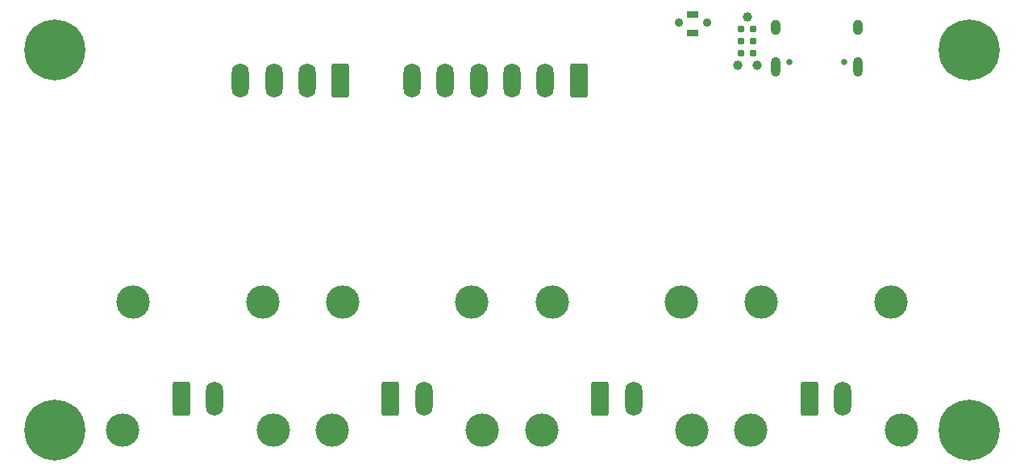
<source format=gbr>
%TF.GenerationSoftware,KiCad,Pcbnew,(7.0.0)*%
%TF.CreationDate,2023-06-01T21:15:46+02:00*%
%TF.ProjectId,temperature-logger,74656d70-6572-4617-9475-72652d6c6f67,rev?*%
%TF.SameCoordinates,Original*%
%TF.FileFunction,Soldermask,Bot*%
%TF.FilePolarity,Negative*%
%FSLAX46Y46*%
G04 Gerber Fmt 4.6, Leading zero omitted, Abs format (unit mm)*
G04 Created by KiCad (PCBNEW (7.0.0)) date 2023-06-01 21:15:46*
%MOMM*%
%LPD*%
G01*
G04 APERTURE LIST*
G04 Aperture macros list*
%AMRoundRect*
0 Rectangle with rounded corners*
0 $1 Rounding radius*
0 $2 $3 $4 $5 $6 $7 $8 $9 X,Y pos of 4 corners*
0 Add a 4 corners polygon primitive as box body*
4,1,4,$2,$3,$4,$5,$6,$7,$8,$9,$2,$3,0*
0 Add four circle primitives for the rounded corners*
1,1,$1+$1,$2,$3*
1,1,$1+$1,$4,$5*
1,1,$1+$1,$6,$7*
1,1,$1+$1,$8,$9*
0 Add four rect primitives between the rounded corners*
20,1,$1+$1,$2,$3,$4,$5,0*
20,1,$1+$1,$4,$5,$6,$7,0*
20,1,$1+$1,$6,$7,$8,$9,0*
20,1,$1+$1,$8,$9,$2,$3,0*%
G04 Aperture macros list end*
%ADD10C,3.500000*%
%ADD11C,0.800000*%
%ADD12C,6.400000*%
%ADD13C,0.650000*%
%ADD14O,1.000000X2.100000*%
%ADD15O,1.000000X1.600000*%
%ADD16RoundRect,0.250000X0.650000X1.550000X-0.650000X1.550000X-0.650000X-1.550000X0.650000X-1.550000X0*%
%ADD17O,1.800000X3.600000*%
%ADD18C,0.900000*%
%ADD19RoundRect,0.250000X-0.650000X-1.550000X0.650000X-1.550000X0.650000X1.550000X-0.650000X1.550000X0*%
%ADD20R,1.300000X0.700000*%
%ADD21C,0.988060*%
%ADD22C,0.985520*%
%ADD23C,0.784860*%
G04 APERTURE END LIST*
D10*
%TO.C,J2*%
X142800000Y-81500000D03*
X129200000Y-81500000D03*
X143900000Y-95000000D03*
X128100000Y-95000000D03*
%TD*%
D11*
%TO.C,H1*%
X52600000Y-55000000D03*
X53302944Y-53302944D03*
X53302944Y-56697056D03*
X55000000Y-52600000D03*
D12*
X55000000Y-55000000D03*
D11*
X55000000Y-57400000D03*
X56697056Y-53302944D03*
X56697056Y-56697056D03*
X57400000Y-55000000D03*
%TD*%
%TO.C,H2*%
X148600000Y-55000000D03*
X149302944Y-53302944D03*
X149302944Y-56697056D03*
X151000000Y-52600000D03*
D12*
X151000000Y-55000000D03*
D11*
X151000000Y-57400000D03*
X152697056Y-53302944D03*
X152697056Y-56697056D03*
X153400000Y-55000000D03*
%TD*%
%TO.C,H3*%
X52600000Y-95000000D03*
X53302944Y-93302944D03*
X53302944Y-96697056D03*
X55000000Y-92600000D03*
D12*
X55000000Y-95000000D03*
D11*
X55000000Y-97400000D03*
X56697056Y-93302944D03*
X56697056Y-96697056D03*
X57400000Y-95000000D03*
%TD*%
%TO.C,H4*%
X148600000Y-95000000D03*
X149302944Y-93302944D03*
X149302944Y-96697056D03*
X151000000Y-92600000D03*
D12*
X151000000Y-95000000D03*
D11*
X151000000Y-97400000D03*
X152697056Y-93302944D03*
X152697056Y-96697056D03*
X153400000Y-95000000D03*
%TD*%
D13*
%TO.C,J1*%
X137890000Y-56305000D03*
X132110000Y-56305000D03*
D14*
X139319999Y-56834999D03*
D15*
X139319999Y-52654999D03*
D14*
X130679999Y-56834999D03*
D15*
X130679999Y-52654999D03*
%TD*%
D10*
%TO.C,J3*%
X120800000Y-81500000D03*
X107200000Y-81500000D03*
X121900000Y-95000000D03*
X106100000Y-95000000D03*
%TD*%
%TO.C,J4*%
X98800000Y-81500000D03*
X85200000Y-81500000D03*
X99900000Y-95000000D03*
X84100000Y-95000000D03*
%TD*%
%TO.C,J5*%
X76800000Y-81500000D03*
X63200000Y-81500000D03*
X77900000Y-95000000D03*
X62100000Y-95000000D03*
%TD*%
D16*
%TO.C,J6*%
X110000000Y-58250000D03*
D17*
X106499999Y-58249999D03*
X102999999Y-58249999D03*
X99499999Y-58249999D03*
X95999999Y-58249999D03*
X92499999Y-58249999D03*
%TD*%
D16*
%TO.C,J7*%
X85000000Y-58250000D03*
D17*
X81499999Y-58249999D03*
X77999999Y-58249999D03*
X74499999Y-58249999D03*
%TD*%
D18*
%TO.C,SW1*%
X123500000Y-52170000D03*
X120500000Y-52170000D03*
%TD*%
D19*
%TO.C,J8*%
X134250000Y-91700000D03*
D17*
X137749999Y-91699999D03*
%TD*%
D19*
%TO.C,J9*%
X112250000Y-91700000D03*
D17*
X115749999Y-91699999D03*
%TD*%
D19*
%TO.C,J10*%
X90250000Y-91700000D03*
D17*
X93749999Y-91699999D03*
%TD*%
D19*
%TO.C,J11*%
X68250000Y-91700000D03*
D17*
X71749999Y-91699999D03*
%TD*%
D20*
%TO.C,JP1*%
X121999999Y-51299999D03*
X121999999Y-53199999D03*
%TD*%
D21*
%TO.C,P1*%
X127700000Y-51510000D03*
D22*
X128716000Y-56590000D03*
X126684000Y-56590000D03*
D23*
X128335000Y-52780000D03*
X127065000Y-52780000D03*
X128335000Y-54050000D03*
X127065000Y-54050000D03*
X128335000Y-55320000D03*
X127065000Y-55320000D03*
%TD*%
M02*

</source>
